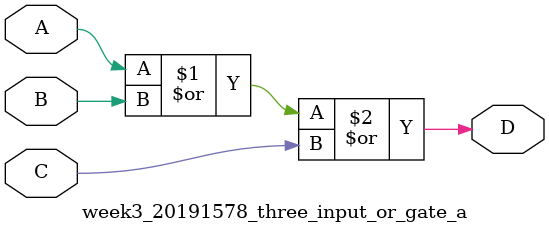
<source format=v>
`timescale 1ns / 1ps


module week3_20191578_three_input_or_gate_a(
    input A,
    input B,
    input C,
    output D
    );
    
    assign D = A | B | C;
    
endmodule

</source>
